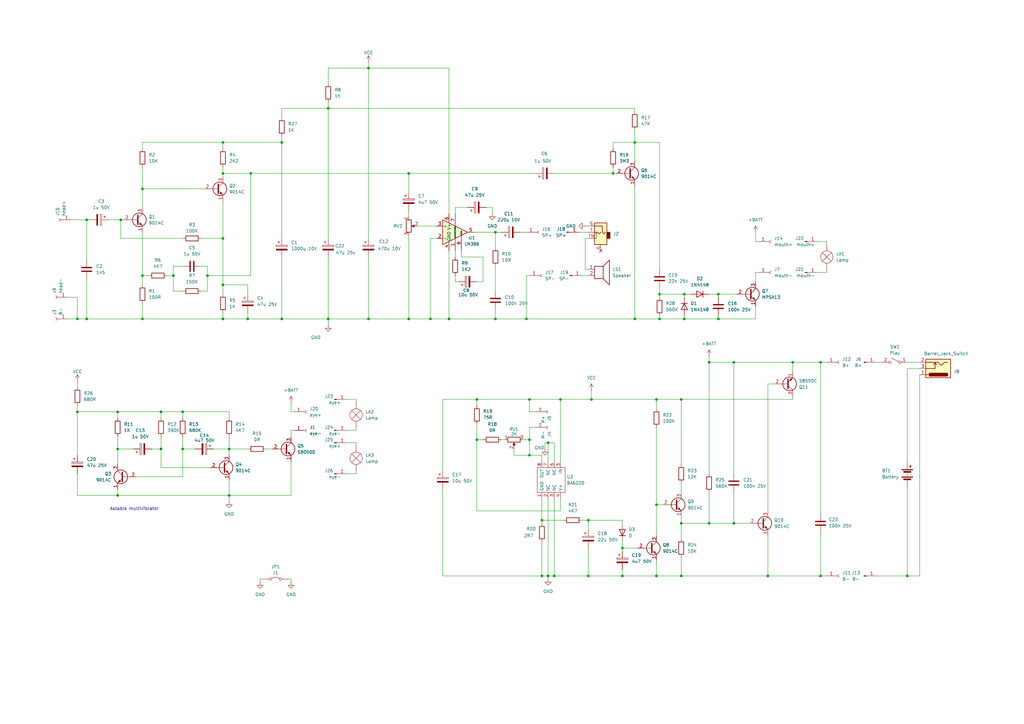
<source format=kicad_sch>
(kicad_sch (version 20250114) (generator "eeschema") (generator_version "9.0")
  (paper "A3")
  (text "Astable multivibrator" (at 55.118 208.788 0) (effects (font (size 1.27 1.27))))
  (junction (at 260.35 58.42))
  (junction (at 176.53 130.81))
  (junction (at 227.33 236.22))
  (junction (at 203.2 95.25))
  (junction (at 74.93 168.91))
  (junction (at 314.96 236.22))
  (junction (at 290.83 148.59))
  (junction (at 215.9 130.81))
  (junction (at 269.24 207.01))
  (junction (at 58.42 77.47))
  (junction (at 279.4 214.63))
  (junction (at 93.98 203.2))
  (junction (at 290.83 214.63))
  (junction (at 49.53 90.17))
  (junction (at 217.17 180.34))
  (junction (at 167.64 71.12))
  (junction (at 91.44 71.12))
  (junction (at 217.17 186.69))
  (junction (at 91.44 97.79))
  (junction (at 224.79 181.61))
  (junction (at 134.62 130.81))
  (junction (at 74.93 184.15))
  (junction (at 255.27 224.79))
  (junction (at 184.15 130.81))
  (junction (at 270.51 120.65))
  (junction (at 203.2 130.81))
  (junction (at 217.17 163.83))
  (junction (at 222.25 213.36))
  (junction (at 91.44 116.84))
  (junction (at 229.87 163.83))
  (junction (at 151.13 130.81))
  (junction (at 58.42 130.81))
  (junction (at 336.55 148.59))
  (junction (at 66.04 184.15))
  (junction (at 48.26 184.15))
  (junction (at 241.3 236.22))
  (junction (at 93.98 184.15))
  (junction (at 71.12 113.03))
  (junction (at 300.99 214.63))
  (junction (at 279.4 163.83))
  (junction (at 251.46 71.12))
  (junction (at 269.24 236.22))
  (junction (at 280.67 130.81))
  (junction (at 241.3 213.36))
  (junction (at 300.99 148.59))
  (junction (at 195.58 180.34))
  (junction (at 325.12 148.59))
  (junction (at 260.35 130.81))
  (junction (at 151.13 27.94))
  (junction (at 279.4 236.22))
  (junction (at 31.75 130.81))
  (junction (at 134.62 44.45))
  (junction (at 35.56 90.17))
  (junction (at 91.44 130.81))
  (junction (at 115.57 58.42))
  (junction (at 35.56 130.81))
  (junction (at 280.67 120.65))
  (junction (at 101.6 130.81))
  (junction (at 294.64 120.65))
  (junction (at 48.26 168.91))
  (junction (at 270.51 130.81))
  (junction (at 102.87 71.12))
  (junction (at 242.57 163.83))
  (junction (at 269.24 163.83))
  (junction (at 66.04 168.91))
  (junction (at 167.64 130.81))
  (junction (at 294.64 130.81))
  (junction (at 85.09 113.03))
  (junction (at 222.25 236.22))
  (junction (at 115.57 130.81))
  (junction (at 48.26 203.2))
  (junction (at 31.75 168.91))
  (junction (at 58.42 113.03))
  (junction (at 336.55 236.22))
  (junction (at 91.44 58.42))
  (junction (at 372.11 236.22))
  (junction (at 255.27 236.22))
  (junction (at 224.79 236.22))
  (junction (at 195.58 163.83))
  (no_connect (at 246.38 102.87))
  (wire (pts (xy 269.24 236.22) (xy 279.4 236.22)))
  (wire (pts (xy 58.42 58.42) (xy 58.42 60.96)))
  (wire (pts (xy 372.11 199.39) (xy 372.11 236.22)))
  (wire (pts (xy 290.83 148.59) (xy 300.99 148.59)))
  (wire (pts (xy 377.19 153.67) (xy 377.19 236.22)))
  (wire (pts (xy 71.12 113.03) (xy 71.12 119.38)))
  (wire (pts (xy 181.61 163.83) (xy 181.61 193.04)))
  (wire (pts (xy 227.33 71.12) (xy 251.46 71.12)))
  (wire (pts (xy 134.62 27.94) (xy 134.62 34.29)))
  (wire (pts (xy 336.55 218.44) (xy 336.55 236.22)))
  (wire (pts (xy 167.64 86.36) (xy 167.64 88.9)))
  (wire (pts (xy 115.57 58.42) (xy 115.57 97.79)))
  (wire (pts (xy 146.05 194.31) (xy 146.05 193.04)))
  (wire (pts (xy 167.64 96.52) (xy 167.64 130.81)))
  (wire (pts (xy 255.27 222.25) (xy 255.27 224.79)))
  (wire (pts (xy 82.55 119.38) (xy 85.09 119.38)))
  (wire (pts (xy 309.88 111.76) (xy 309.88 115.57)))
  (wire (pts (xy 222.25 236.22) (xy 222.25 222.25)))
  (wire (pts (xy 101.6 116.84) (xy 101.6 120.65)))
  (wire (pts (xy 237.49 95.25) (xy 241.3 95.25)))
  (wire (pts (xy 151.13 25.4) (xy 151.13 27.94)))
  (wire (pts (xy 217.17 186.69) (xy 217.17 180.34)))
  (wire (pts (xy 260.35 130.81) (xy 270.51 130.81)))
  (wire (pts (xy 195.58 163.83) (xy 195.58 166.37)))
  (wire (pts (xy 229.87 163.83) (xy 217.17 163.83)))
  (wire (pts (xy 336.55 148.59) (xy 336.55 210.82)))
  (wire (pts (xy 31.75 166.37) (xy 31.75 168.91)))
  (wire (pts (xy 48.26 168.91) (xy 48.26 171.45)))
  (wire (pts (xy 195.58 163.83) (xy 217.17 163.83)))
  (wire (pts (xy 270.51 120.65) (xy 280.67 120.65)))
  (wire (pts (xy 242.57 160.02) (xy 242.57 163.83)))
  (wire (pts (xy 227.33 189.23) (xy 227.33 181.61)))
  (wire (pts (xy 229.87 163.83) (xy 242.57 163.83)))
  (wire (pts (xy 82.55 97.79) (xy 91.44 97.79)))
  (wire (pts (xy 71.12 119.38) (xy 74.93 119.38)))
  (wire (pts (xy 217.17 180.34) (xy 217.17 175.26)))
  (wire (pts (xy 167.64 71.12) (xy 219.71 71.12)))
  (wire (pts (xy 325.12 148.59) (xy 325.12 152.4)))
  (wire (pts (xy 119.38 168.91) (xy 120.65 168.91)))
  (wire (pts (xy 240.03 97.79) (xy 240.03 110.49)))
  (wire (pts (xy 255.27 224.79) (xy 261.62 224.79)))
  (wire (pts (xy 294.64 129.54) (xy 294.64 130.81)))
  (wire (pts (xy 251.46 68.58) (xy 251.46 71.12)))
  (wire (pts (xy 269.24 163.83) (xy 269.24 167.64)))
  (wire (pts (xy 217.17 175.26) (xy 219.71 175.26)))
  (wire (pts (xy 224.79 181.61) (xy 223.52 181.61)))
  (wire (pts (xy 280.67 120.65) (xy 280.67 121.92)))
  (wire (pts (xy 294.64 120.65) (xy 302.26 120.65)))
  (wire (pts (xy 203.2 95.25) (xy 205.74 95.25)))
  (wire (pts (xy 85.09 109.22) (xy 85.09 113.03)))
  (wire (pts (xy 74.93 171.45) (xy 74.93 168.91)))
  (wire (pts (xy 217.17 186.69) (xy 222.25 186.69)))
  (wire (pts (xy 35.56 130.81) (xy 58.42 130.81)))
  (wire (pts (xy 217.17 113.03) (xy 215.9 113.03)))
  (wire (pts (xy 167.64 71.12) (xy 167.64 78.74)))
  (wire (pts (xy 335.28 111.76) (xy 339.09 111.76)))
  (wire (pts (xy 251.46 58.42) (xy 251.46 60.96)))
  (wire (pts (xy 134.62 44.45) (xy 260.35 44.45)))
  (wire (pts (xy 241.3 97.79) (xy 240.03 97.79)))
  (wire (pts (xy 201.93 85.09) (xy 201.93 87.63)))
  (wire (pts (xy 184.15 130.81) (xy 203.2 130.81)))
  (wire (pts (xy 66.04 184.15) (xy 66.04 191.77)))
  (wire (pts (xy 91.44 71.12) (xy 91.44 72.39)))
  (wire (pts (xy 102.87 113.03) (xy 85.09 113.03)))
  (wire (pts (xy 270.51 129.54) (xy 270.51 130.81)))
  (wire (pts (xy 339.09 111.76) (xy 339.09 110.49)))
  (wire (pts (xy 48.26 168.91) (xy 66.04 168.91)))
  (wire (pts (xy 255.27 224.79) (xy 255.27 226.06)))
  (wire (pts (xy 260.35 58.42) (xy 270.51 58.42)))
  (wire (pts (xy 142.24 176.53) (xy 146.05 176.53)))
  (wire (pts (xy 260.35 58.42) (xy 251.46 58.42)))
  (wire (pts (xy 134.62 130.81) (xy 115.57 130.81)))
  (wire (pts (xy 300.99 201.93) (xy 300.99 214.63)))
  (wire (pts (xy 224.79 181.61) (xy 224.79 189.23)))
  (wire (pts (xy 290.83 194.31) (xy 290.83 148.59)))
  (wire (pts (xy 279.4 163.83) (xy 279.4 190.5)))
  (wire (pts (xy 194.31 95.25) (xy 203.2 95.25)))
  (wire (pts (xy 309.88 99.06) (xy 311.15 99.06)))
  (wire (pts (xy 314.96 219.71) (xy 314.96 236.22)))
  (wire (pts (xy 372.11 148.59) (xy 377.19 148.59)))
  (wire (pts (xy 176.53 97.79) (xy 176.53 130.81)))
  (wire (pts (xy 184.15 102.87) (xy 184.15 130.81)))
  (wire (pts (xy 377.19 236.22) (xy 372.11 236.22)))
  (wire (pts (xy 238.76 213.36) (xy 241.3 213.36)))
  (wire (pts (xy 271.78 207.01) (xy 269.24 207.01)))
  (wire (pts (xy 93.98 203.2) (xy 93.98 205.74)))
  (wire (pts (xy 66.04 191.77) (xy 86.36 191.77)))
  (wire (pts (xy 210.82 184.15) (xy 210.82 186.69)))
  (wire (pts (xy 55.88 195.58) (xy 74.93 195.58)))
  (wire (pts (xy 294.64 120.65) (xy 294.64 121.92)))
  (wire (pts (xy 215.9 130.81) (xy 260.35 130.81)))
  (wire (pts (xy 290.83 201.93) (xy 290.83 214.63)))
  (wire (pts (xy 280.67 120.65) (xy 283.21 120.65)))
  (wire (pts (xy 336.55 148.59) (xy 339.09 148.59)))
  (wire (pts (xy 207.01 180.34) (xy 205.74 180.34)))
  (wire (pts (xy 142.24 163.83) (xy 146.05 163.83)))
  (wire (pts (xy 48.26 203.2) (xy 31.75 203.2)))
  (wire (pts (xy 167.64 130.81) (xy 176.53 130.81)))
  (wire (pts (xy 119.38 237.49) (xy 119.38 238.76)))
  (wire (pts (xy 198.12 105.41) (xy 198.12 115.57)))
  (wire (pts (xy 44.45 90.17) (xy 49.53 90.17)))
  (wire (pts (xy 339.09 99.06) (xy 339.09 100.33)))
  (wire (pts (xy 31.75 156.21) (xy 31.75 158.75)))
  (wire (pts (xy 91.44 58.42) (xy 91.44 60.96)))
  (wire (pts (xy 300.99 148.59) (xy 325.12 148.59)))
  (wire (pts (xy 242.57 163.83) (xy 269.24 163.83)))
  (wire (pts (xy 119.38 176.53) (xy 119.38 179.07)))
  (wire (pts (xy 142.24 181.61) (xy 146.05 181.61)))
  (wire (pts (xy 186.69 115.57) (xy 187.96 115.57)))
  (wire (pts (xy 224.79 204.47) (xy 224.79 236.22)))
  (wire (pts (xy 27.94 130.81) (xy 31.75 130.81)))
  (wire (pts (xy 269.24 236.22) (xy 269.24 229.87)))
  (wire (pts (xy 195.58 180.34) (xy 195.58 209.55)))
  (wire (pts (xy 58.42 130.81) (xy 58.42 124.46)))
  (wire (pts (xy 134.62 130.81) (xy 151.13 130.81)))
  (wire (pts (xy 49.53 90.17) (xy 50.8 90.17)))
  (wire (pts (xy 224.79 236.22) (xy 224.79 237.49)))
  (wire (pts (xy 223.52 181.61) (xy 223.52 184.15)))
  (wire (pts (xy 62.23 184.15) (xy 66.04 184.15)))
  (wire (pts (xy 119.38 165.1) (xy 119.38 168.91)))
  (wire (pts (xy 93.98 184.15) (xy 93.98 186.69)))
  (wire (pts (xy 106.68 237.49) (xy 106.68 238.76)))
  (wire (pts (xy 134.62 105.41) (xy 134.62 130.81)))
  (wire (pts (xy 186.69 113.03) (xy 186.69 115.57)))
  (wire (pts (xy 48.26 184.15) (xy 54.61 184.15)))
  (wire (pts (xy 71.12 109.22) (xy 71.12 113.03)))
  (wire (pts (xy 314.96 236.22) (xy 279.4 236.22)))
  (wire (pts (xy 58.42 58.42) (xy 91.44 58.42)))
  (wire (pts (xy 74.93 168.91) (xy 93.98 168.91)))
  (wire (pts (xy 336.55 236.22) (xy 339.09 236.22)))
  (wire (pts (xy 222.25 213.36) (xy 231.14 213.36)))
  (wire (pts (xy 255.27 236.22) (xy 255.27 233.68)))
  (wire (pts (xy 222.25 213.36) (xy 222.25 214.63)))
  (wire (pts (xy 203.2 109.22) (xy 203.2 119.38)))
  (wire (pts (xy 224.79 236.22) (xy 227.33 236.22)))
  (wire (pts (xy 102.87 71.12) (xy 102.87 113.03)))
  (wire (pts (xy 146.05 176.53) (xy 146.05 175.26)))
  (wire (pts (xy 309.88 95.25) (xy 309.88 99.06)))
  (wire (pts (xy 31.75 121.92) (xy 31.75 130.81)))
  (wire (pts (xy 181.61 236.22) (xy 222.25 236.22)))
  (wire (pts (xy 270.51 121.92) (xy 270.51 120.65)))
  (wire (pts (xy 31.75 130.81) (xy 35.56 130.81)))
  (wire (pts (xy 48.26 200.66) (xy 48.26 203.2)))
  (wire (pts (xy 260.35 66.04) (xy 260.35 58.42)))
  (wire (pts (xy 35.56 90.17) (xy 35.56 106.68)))
  (wire (pts (xy 93.98 168.91) (xy 93.98 171.45)))
  (wire (pts (xy 91.44 116.84) (xy 91.44 120.65)))
  (wire (pts (xy 49.53 97.79) (xy 49.53 90.17)))
  (wire (pts (xy 240.03 92.71) (xy 241.3 92.71)))
  (wire (pts (xy 146.05 181.61) (xy 146.05 182.88)))
  (wire (pts (xy 134.62 44.45) (xy 115.57 44.45)))
  (wire (pts (xy 270.51 58.42) (xy 270.51 110.49)))
  (wire (pts (xy 229.87 163.83) (xy 229.87 189.23)))
  (wire (pts (xy 179.07 97.79) (xy 176.53 97.79)))
  (wire (pts (xy 186.69 102.87) (xy 186.69 105.41)))
  (wire (pts (xy 294.64 130.81) (xy 309.88 130.81)))
  (wire (pts (xy 300.99 148.59) (xy 300.99 194.31)))
  (wire (pts (xy 186.69 85.09) (xy 186.69 87.63)))
  (wire (pts (xy 27.94 121.92) (xy 31.75 121.92)))
  (wire (pts (xy 279.4 214.63) (xy 279.4 220.98)))
  (wire (pts (xy 203.2 95.25) (xy 203.2 101.6)))
  (wire (pts (xy 91.44 128.27) (xy 91.44 130.81)))
  (wire (pts (xy 195.58 115.57) (xy 198.12 115.57)))
  (wire (pts (xy 260.35 76.2) (xy 260.35 130.81)))
  (wire (pts (xy 240.03 110.49) (xy 241.3 110.49)))
  (wire (pts (xy 279.4 214.63) (xy 290.83 214.63)))
  (wire (pts (xy 279.4 236.22) (xy 279.4 228.6)))
  (wire (pts (xy 31.75 168.91) (xy 31.75 186.69)))
  (wire (pts (xy 151.13 130.81) (xy 167.64 130.81)))
  (wire (pts (xy 241.3 236.22) (xy 255.27 236.22)))
  (wire (pts (xy 91.44 68.58) (xy 91.44 71.12)))
  (wire (pts (xy 176.53 130.81) (xy 184.15 130.81)))
  (wire (pts (xy 255.27 236.22) (xy 269.24 236.22)))
  (wire (pts (xy 201.93 85.09) (xy 199.39 85.09)))
  (wire (pts (xy 241.3 224.79) (xy 241.3 236.22)))
  (wire (pts (xy 66.04 171.45) (xy 66.04 168.91)))
  (wire (pts (xy 109.22 184.15) (xy 111.76 184.15)))
  (wire (pts (xy 119.38 189.23) (xy 119.38 203.2)))
  (wire (pts (xy 119.38 203.2) (xy 93.98 203.2)))
  (wire (pts (xy 58.42 113.03) (xy 58.42 116.84)))
  (wire (pts (xy 58.42 77.47) (xy 58.42 85.09)))
  (wire (pts (xy 68.58 113.03) (xy 71.12 113.03)))
  (wire (pts (xy 191.77 85.09) (xy 186.69 85.09)))
  (wire (pts (xy 359.41 236.22) (xy 372.11 236.22)))
  (wire (pts (xy 325.12 148.59) (xy 336.55 148.59)))
  (wire (pts (xy 58.42 130.81) (xy 91.44 130.81)))
  (wire (pts (xy 115.57 105.41) (xy 115.57 130.81)))
  (wire (pts (xy 142.24 194.31) (xy 146.05 194.31)))
  (wire (pts (xy 280.67 130.81) (xy 294.64 130.81)))
  (wire (pts (xy 269.24 207.01) (xy 269.24 219.71)))
  (wire (pts (xy 31.75 168.91) (xy 48.26 168.91)))
  (wire (pts (xy 74.93 184.15) (xy 80.01 184.15)))
  (wire (pts (xy 290.83 214.63) (xy 300.99 214.63)))
  (wire (pts (xy 58.42 113.03) (xy 60.96 113.03)))
  (wire (pts (xy 215.9 113.03) (xy 215.9 130.81)))
  (wire (pts (xy 82.55 109.22) (xy 85.09 109.22)))
  (wire (pts (xy 314.96 157.48) (xy 314.96 209.55)))
  (wire (pts (xy 85.09 113.03) (xy 85.09 119.38)))
  (wire (pts (xy 134.62 41.91) (xy 134.62 44.45)))
  (wire (pts (xy 377.19 151.13) (xy 372.11 151.13)))
  (wire (pts (xy 372.11 151.13) (xy 372.11 189.23)))
  (wire (pts (xy 118.11 237.49) (xy 119.38 237.49)))
  (wire (pts (xy 222.25 236.22) (xy 224.79 236.22)))
  (wire (pts (xy 189.23 105.41) (xy 198.12 105.41)))
  (wire (pts (xy 270.51 130.81) (xy 280.67 130.81)))
  (wire (pts (xy 279.4 198.12) (xy 279.4 201.93)))
  (wire (pts (xy 171.45 92.71) (xy 179.07 92.71)))
  (wire (pts (xy 91.44 71.12) (xy 102.87 71.12)))
  (wire (pts (xy 317.5 157.48) (xy 314.96 157.48)))
  (wire (pts (xy 195.58 209.55) (xy 229.87 209.55)))
  (wire (pts (xy 203.2 127) (xy 203.2 130.81)))
  (wire (pts (xy 325.12 163.83) (xy 325.12 162.56)))
  (wire (pts (xy 184.15 27.94) (xy 184.15 87.63)))
  (wire (pts (xy 269.24 163.83) (xy 279.4 163.83)))
  (wire (pts (xy 48.26 184.15) (xy 48.26 190.5)))
  (wire (pts (xy 115.57 130.81) (xy 101.6 130.81)))
  (wire (pts (xy 151.13 27.94) (xy 151.13 97.79)))
  (wire (pts (xy 300.99 214.63) (xy 307.34 214.63)))
  (wire (pts (xy 217.17 180.34) (xy 214.63 180.34)))
  (wire (pts (xy 93.98 203.2) (xy 93.98 196.85)))
  (wire (pts (xy 48.26 179.07) (xy 48.26 184.15)))
  (wire (pts (xy 195.58 173.99) (xy 195.58 180.34)))
  (wire (pts (xy 93.98 179.07) (xy 93.98 184.15)))
  (wire (pts (xy 134.62 27.94) (xy 151.13 27.94)))
  (wire (pts (xy 238.76 113.03) (xy 241.3 113.03)))
  (wire (pts (xy 359.41 148.59) (xy 361.95 148.59)))
  (wire (pts (xy 309.88 130.81) (xy 309.88 125.73)))
  (wire (pts (xy 134.62 44.45) (xy 134.62 97.79)))
  (wire (pts (xy 227.33 204.47) (xy 227.33 236.22)))
  (wire (pts (xy 290.83 120.65) (xy 294.64 120.65)))
  (wire (pts (xy 29.21 90.17) (xy 35.56 90.17)))
  (wire (pts (xy 91.44 82.55) (xy 91.44 97.79)))
  (wire (pts (xy 181.61 236.22) (xy 181.61 200.66)))
  (wire (pts (xy 270.51 118.11) (xy 270.51 120.65)))
  (wire (pts (xy 210.82 186.69) (xy 217.17 186.69)))
  (wire (pts (xy 35.56 90.17) (xy 36.83 90.17)))
  (wire (pts (xy 93.98 203.2) (xy 48.26 203.2)))
  (wire (pts (xy 35.56 114.3) (xy 35.56 130.81)))
  (wire (pts (xy 134.62 130.81) (xy 134.62 133.35)))
  (wire (pts (xy 31.75 203.2) (xy 31.75 194.31)))
  (wire (pts (xy 222.25 186.69) (xy 222.25 189.23)))
  (wire (pts (xy 241.3 213.36) (xy 241.3 217.17)))
  (wire (pts (xy 151.13 27.94) (xy 184.15 27.94)))
  (wire (pts (xy 58.42 95.25) (xy 58.42 113.03)))
  (wire (pts (xy 217.17 168.91) (xy 217.17 163.83)))
  (wire (pts (xy 227.33 236.22) (xy 241.3 236.22)))
  (wire (pts (xy 74.93 97.79) (xy 49.53 97.79)))
  (wire (pts (xy 91.44 116.84) (xy 101.6 116.84)))
  (wire (pts (xy 213.36 95.25) (xy 215.9 95.25)))
  (wire (pts (xy 74.93 184.15) (xy 74.93 195.58)))
  (wire (pts (xy 279.4 163.83) (xy 325.12 163.83)))
  (wire (pts (xy 227.33 181.61) (xy 224.79 181.61)))
  (wire (pts (xy 107.95 237.49) (xy 106.68 237.49)))
  (wire (pts (xy 229.87 204.47) (xy 229.87 209.55)))
  (wire (pts (xy 279.4 212.09) (xy 279.4 214.63)))
  (wire (pts (xy 120.65 176.53) (xy 119.38 176.53)))
  (wire (pts (xy 102.87 71.12) (xy 167.64 71.12)))
  (wire (pts (xy 146.05 163.83) (xy 146.05 165.1)))
  (wire (pts (xy 189.23 102.87) (xy 189.23 105.41)))
  (wire (pts (xy 222.25 204.47) (xy 222.25 213.36)))
  (wire (pts (xy 151.13 130.81) (xy 151.13 105.41)))
  (wire (pts (xy 241.3 213.36) (xy 255.27 213.36)))
  (wire (pts (xy 335.28 99.06) (xy 339.09 99.06)))
  (wire (pts (xy 58.42 68.58) (xy 58.42 77.47)))
  (wire (pts (xy 101.6 130.81) (xy 101.6 128.27)))
  (wire (pts (xy 93.98 184.15) (xy 101.6 184.15)))
  (wire (pts (xy 311.15 111.76) (xy 309.88 111.76)))
  (wire (pts (xy 219.71 168.91) (xy 217.17 168.91)))
  (wire (pts (xy 91.44 130.81) (xy 101.6 130.81)))
  (wire (pts (xy 74.93 179.07) (xy 74.93 184.15)))
  (wire (pts (xy 260.35 44.45) (xy 260.35 45.72)))
  (wire (pts (xy 91.44 97.79) (xy 91.44 116.84)))
  (wire (pts (xy 115.57 55.88) (xy 115.57 58.42)))
  (wire (pts (xy 251.46 71.12) (xy 252.73 71.12)))
  (wire (pts (xy 198.12 180.34) (xy 195.58 180.34)))
  (wire (pts (xy 58.42 77.47) (xy 83.82 77.47)))
  (wire (pts (xy 66.04 168.91) (xy 74.93 168.91)))
  (wire (pts (xy 290.83 146.05) (xy 290.83 148.59)))
  (wire (pts (xy 91.44 58.42) (xy 115.57 58.42)))
  (wire (pts (xy 74.93 109.22) (xy 71.12 109.22)))
  (wire (pts (xy 336.55 236.22) (xy 314.96 236.22)))
  (wire (pts (xy 280.67 129.54) (xy 280.67 130.81)))
  (wire (pts (xy 87.63 184.15) (xy 93.98 184.15)))
  (wire (pts (xy 115.57 44.45) (xy 115.57 48.26)))
  (wire (pts (xy 260.35 58.42) (xy 260.35 53.34)))
  (wire (pts (xy 269.24 175.26) (xy 269.24 207.01)))
  (wire (pts (xy 66.04 184.15) (xy 66.04 179.07)))
  (wire (pts (xy 181.61 163.83) (xy 195.58 163.83)))
  (wire (pts (xy 203.2 130.81) (xy 215.9 130.81)))
  (wire (pts (xy 255.27 213.36) (xy 255.27 214.63)))
  (symbol (lib_id "power:+BATT") (at 309.88 95.25 0) (unit 1)
    (property "Reference" "#PWR012" (effects (hide yes)))
    (property "Value" "+BATT" (at 309.88 90.17 0))
    (property "Description" "Power symbol creates a global label with name \"+BATT\"" (effects (hide yes)))
  )
  (symbol (lib_id "Device:C_Polarized") (at 167.64 82.55 0) (unit 1)
    (property "Reference" "C7" (at 171.45 80.3909 0) (effects (justify left)))
    (property "Value" "4u7 50V" (at 171.45 82.9309 0) (effects (justify left)))
    (property "Description" "Polarized capacitor" (effects (hide yes)))
  )
  (symbol (lib_id "Device:R") (at 195.58 170.18 180) (unit 1)
    (property "Reference" "R19" (at 198.12 168.656 0) (effects (justify right)))
    (property "Value" "75R" (at 198.12 171.196 0) (effects (justify right)))
    (property "Description" "Resistor" (effects (hide yes)))
  )
  (symbol (lib_id "Device:C_Polarized") (at 241.3 220.98 0) (unit 1)
    (property "Reference" "C18" (at 245.11 218.8209 0) (effects (justify left)))
    (property "Value" "22u 50V" (at 245.11 221.3609 0) (effects (justify left)))
    (property "Description" "Polarized capacitor" (effects (hide yes)))
  )
  (symbol (lib_id "power:VCC") (at 151.13 25.4 0) (unit 1)
    (property "Reference" "#PWR05" (effects (hide yes)))
    (property "Value" "VCC" (at 151.13 21.59 0))
    (property "Description" "Power symbol creates a global label with name \"VCC\"" (effects (hide yes)))
  )
  (symbol (lib_id "Switch:SW_SPST") (at 367.03 148.59 0) (mirror y) (unit 1)
    (property "Reference" "SW1" (at 367.03 142.24 0))
    (property "Value" "Play" (at 367.03 144.78 0))
    (property "Description" "Single Pole Single Throw (SPST) switch" (effects (hide yes)))
  )
  (symbol (lib_id "Device:C_Polarized") (at 40.64 90.17 270) (unit 1)
    (property "Reference" "C3" (at 41.529 82.55 90))
    (property "Value" "1u 50V" (at 41.529 85.09 90))
    (property "Description" "Polarized capacitor" (effects (hide yes)))
  )
  (symbol (lib_id "Transistor_BJT:Q_NPN_EBC") (at 266.7 224.79 0) (unit 1)
    (property "Reference" "Q8" (at 271.78 223.5199 0) (effects (justify left)))
    (property "Value" "9014C" (at 271.78 226.0599 0) (effects (justify left)))
    (property "Description" "NPN transistor, emitter/base/collector" (effects (hide yes)))
  )
  (symbol (lib_id "Device:R") (at 115.57 52.07 180) (unit 1)
    (property "Reference" "R27" (at 118.11 50.7999 0) (effects (justify right)))
    (property "Value" "1K" (at 118.11 53.3399 0) (effects (justify right)))
    (property "Description" "Resistor" (effects (hide yes)))
  )
  (symbol (lib_id "Device:R") (at 78.74 97.79 270) (unit 1)
    (property "Reference" "R3" (at 78.74 92.202 90))
    (property "Value" "100K" (at 78.74 94.742 90))
    (property "Description" "Resistor" (effects (hide yes)))
  )
  (symbol (lib_id "Device:C_Polarized") (at 58.42 184.15 90) (unit 1)
    (property "Reference" "C13" (at 57.531 176.53 90))
    (property "Value" "1u 50V" (at 57.531 179.07 90))
    (property "Description" "Polarized capacitor" (effects (hide yes)))
  )
  (symbol (lib_id "Device:C") (at 78.74 109.22 90) (unit 1)
    (property "Reference" "C5" (at 78.74 101.6 90))
    (property "Value" "1u 50V" (at 78.74 104.14 90))
    (property "Description" "Unpolarized capacitor" (effects (hide yes)))
  )
  (symbol (lib_id "Device:Speaker") (at 246.38 110.49 0) (unit 1)
    (property "Reference" "LS1" (at 251.206 110.49 0) (effects (justify left)))
    (property "Value" "Speaker" (at 251.206 113.03 0) (effects (justify left)))
    (property "Description" "Speaker" (effects (hide yes)))
  )
  (symbol (lib_id "Connector:Conn_01x01_Socket") (at 24.13 90.17 180) (unit 1)
    (property "Reference" "J10" (at 23.622 88.646 90) (effects (justify right)))
    (property "Value" "head+" (at 26.162 88.646 90) (effects (justify right)))
    (property "Description" "Generic connector, single row, 01x01, script generated" (effects (hide yes)))
  )
  (symbol (lib_id "Device:D") (at 255.27 218.44 90) (unit 1)
    (property "Reference" "D3" (at 257.81 217.1699 90) (effects (justify right)))
    (property "Value" "D" (at 257.81 219.7099 90) (effects (justify right)))
    (property "Description" "Diode" (effects (hide yes)))
    (property "Sim.Device" "D" (effects (hide yes)))
    (property "Sim.Pins" "1=K 2=A" (effects (hide yes)))
  )
  (symbol (lib_id "Device:C") (at 294.64 125.73 0) (unit 1)
    (property "Reference" "C16" (at 298.45 124.4599 0) (effects (justify left)))
    (property "Value" "100n 25V" (at 298.45 126.9999 0) (effects (justify left)))
    (property "Description" "Unpolarized capacitor" (effects (hide yes)))
  )
  (symbol (lib_id "Device:R_Potentiometer") (at 210.82 180.34 90) (mirror x) (unit 1)
    (property "Reference" "RV1" (at 210.82 176.022 90))
    (property "Value" "2K" (at 209.55 178.054 90) (effects (justify right)))
    (property "Description" "Potentiometer" (effects (hide yes)))
  )
  (symbol (lib_id "Device:C_Polarized") (at 31.75 190.5 0) (unit 1)
    (property "Reference" "C20" (at 35.56 188.3409 0) (effects (justify left)))
    (property "Value" "47u 25V" (at 35.56 190.8809 0) (effects (justify left)))
    (property "Description" "Polarized capacitor" (effects (hide yes)))
  )
  (symbol (lib_id "Device:C_Polarized") (at 115.57 101.6 0) (unit 1)
    (property "Reference" "C1" (at 119.38 99.4409 0) (effects (justify left)))
    (property "Value" "1000u 10V" (at 119.38 101.9809 0) (effects (justify left)))
    (property "Description" "Polarized capacitor" (effects (hide yes)))
  )
  (symbol (lib_id "Device:C") (at 35.56 110.49 0) (unit 1)
    (property "Reference" "C2" (at 39.37 109.2199 0) (effects (justify left)))
    (property "Value" "1n5" (at 39.37 111.7599 0) (effects (justify left)))
    (property "Description" "Unpolarized capacitor" (effects (hide yes)))
  )
  (symbol (lib_id "power:GND") (at 201.93 87.63 0) (unit 1)
    (property "Reference" "#PWR014" (effects (hide yes)))
    (property "Value" "GND" (at 201.93 92.71 0))
    (property "Description" "Power symbol creates a global label with name \"GND\" , ground" (effects (hide yes)))
  )
  (symbol (lib_id "Connector:Conn_01x01_Pin") (at 354.33 148.59 0) (unit 1)
    (property "Reference" "J6" (at 352.044 147.32 0))
    (property "Value" "B+" (at 352.044 149.86 0))
    (property "Description" "Generic connector, single row, 01x01, script generated" (effects (hide yes)))
  )
  (symbol (lib_id "Connector:Conn_01x01_Pin") (at 233.68 113.03 0) (unit 1)
    (property "Reference" "J19" (at 231.394 111.76 0))
    (property "Value" "SP-" (at 231.394 114.3 0))
    (property "Description" "Generic connector, single row, 01x01, script generated" (effects (hide yes)))
  )
  (symbol (lib_id "power:GND") (at 93.98 205.74 0) (unit 1)
    (property "Reference" "#PWR01" (effects (hide yes)))
    (property "Value" "GND" (at 93.98 210.82 0))
    (property "Description" "Power symbol creates a global label with name \"GND\" , ground" (effects (hide yes)))
  )
  (symbol (lib_id "Device:C_Polarized") (at 209.55 95.25 90) (unit 1)
    (property "Reference" "C11" (at 208.661 87.63 90))
    (property "Value" "220u 10V" (at 208.661 90.17 90))
    (property "Description" "Polarized capacitor" (effects (hide yes)))
  )
  (symbol (lib_id "Device:R") (at 203.2 105.41 0) (unit 1)
    (property "Reference" "R10" (at 205.74 104.1399 0) (effects (justify left)))
    (property "Value" "10R" (at 205.74 106.6799 0) (effects (justify left)))
    (property "Description" "Resistor" (effects (hide yes)))
  )
  (symbol (lib_id "Device:C_Polarized") (at 195.58 85.09 90) (unit 1)
    (property "Reference" "C9" (at 194.691 77.47 90))
    (property "Value" "47u 25V" (at 194.691 80.01 90))
    (property "Description" "Polarized capacitor" (effects (hide yes)))
  )
  (symbol (lib_id "Device:R") (at 74.93 175.26 180) (unit 1)
    (property "Reference" "R13" (at 77.47 173.9899 0) (effects (justify right)))
    (property "Value" "680K" (at 77.47 176.5299 0) (effects (justify right)))
    (property "Description" "Resistor" (effects (hide yes)))
  )
  (symbol (lib_id "Device:R") (at 91.44 124.46 180) (unit 1)
    (property "Reference" "R5" (at 93.98 123.1899 0) (effects (justify right)))
    (property "Value" "1K" (at 93.98 125.7299 0) (effects (justify right)))
    (property "Description" "Resistor" (effects (hide yes)))
  )
  (symbol (lib_id "Device:C") (at 336.55 214.63 0) (unit 1)
    (property "Reference" "C23" (at 339.852 213.106 0) (effects (justify left)))
    (property "Value" "100n 25V" (at 339.852 215.646 0) (effects (justify left)))
    (property "Description" "Unpolarized capacitor" (effects (hide yes)))
  )
  (symbol (lib_id "Device:R") (at 279.4 194.31 180) (unit 1)
    (property "Reference" "R23" (at 281.94 193.0399 0) (effects (justify right)))
    (property "Value" "12K" (at 281.94 195.5799 0) (effects (justify right)))
    (property "Description" "Resistor" (effects (hide yes)))
  )
  (symbol (lib_id "Device:R") (at 269.24 171.45 180) (unit 1)
    (property "Reference" "R22" (at 271.78 170.1799 0) (effects (justify right)))
    (property "Value" "100K" (at 271.78 172.7199 0) (effects (justify right)))
    (property "Description" "Resistor" (effects (hide yes)))
  )
  (symbol (lib_id "Device:C") (at 203.2 123.19 0) (unit 1)
    (property "Reference" "C10" (at 207.01 121.9199 0) (effects (justify left)))
    (property "Value" "100n 25V" (at 207.01 124.4599 0) (effects (justify left)))
    (property "Description" "Unpolarized capacitor" (effects (hide yes)))
  )
  (symbol (lib_id "Connector:Barrel_Jack_Switch") (at 384.81 151.13 180) (unit 1)
    (property "Reference" "J8" (at 391.16 152.4001 0) (effects (justify right)))
    (property "Value" "Barrel_Jack_Switch" (at 378.968 145.034 0) (effects (justify right)))
    (property "Description" "DC Barrel Jack with an internal switch" (effects (hide yes)))
  )
  (symbol (lib_id "Device:C_Polarized") (at 191.77 115.57 90) (unit 1)
    (property "Reference" "C8" (at 191.262 119.126 90))
    (property "Value" "10u 50V" (at 192.024 120.904 90))
    (property "Description" "Polarized capacitor" (effects (hide yes)))
  )
  (symbol (lib_id "Connector:Conn_01x01_Socket") (at 220.98 95.25 0) (unit 1)
    (property "Reference" "J16" (at 222.25 93.9799 0) (effects (justify left)))
    (property "Value" "SP+" (at 222.25 96.5199 0) (effects (justify left)))
    (property "Description" "Generic connector, single row, 01x01, script generated" (effects (hide yes)))
  )
  (symbol (lib_id "power:+BATT") (at 119.38 165.1 0) (unit 1)
    (property "Reference" "#PWR013" (effects (hide yes)))
    (property "Value" "+BATT" (at 119.38 160.02 0))
    (property "Description" "Power symbol creates a global label with name \"+BATT\"" (effects (hide yes)))
  )
  (symbol (lib_id "Device:R") (at 186.69 109.22 180) (unit 1)
    (property "Reference" "R9" (at 189.23 107.9499 0) (effects (justify right)))
    (property "Value" "1K2" (at 189.23 110.4899 0) (effects (justify right)))
    (property "Description" "Resistor" (effects (hide yes)))
  )
  (symbol (lib_id "Connector:Conn_01x01_Socket") (at 344.17 148.59 0) (unit 1)
    (property "Reference" "J12" (at 345.44 147.3199 0) (effects (justify left)))
    (property "Value" "B+" (at 345.44 149.8599 0) (effects (justify left)))
    (property "Description" "Generic connector, single row, 01x01, script generated" (effects (hide yes)))
  )
  (symbol (lib_id "Connector:Conn_01x01_Pin") (at 137.16 194.31 0) (unit 1)
    (property "Reference" "J26" (at 134.874 193.04 0))
    (property "Value" "eye-" (at 137.414 195.58 0))
    (property "Description" "Generic connector, single row, 01x01, script generated" (effects (hide yes)))
  )
  (symbol (lib_id "Connector:Conn_01x01_Socket") (at 224.79 168.91 0) (unit 1)
    (property "Reference" "J5" (at 225.298 170.434 90) (effects (justify right)))
    (property "Value" "M+" (at 222.758 170.434 90) (effects (justify right)))
    (property "Description" "Generic connector, single row, 01x01, script generated" (effects (hide yes)))
  )
  (symbol (lib_id "Transistor_BJT:Q_PNP_EBC") (at 322.58 157.48 0) (mirror x) (unit 1)
    (property "Reference" "Q11" (at 327.66 158.7501 0) (effects (justify left)))
    (property "Value" "S8550C" (at 327.66 156.2101 0) (effects (justify left)))
    (property "Description" "PNP transistor, emitter/base/collector" (effects (hide yes)))
  )
  (symbol (lib_id "Device:R") (at 201.93 180.34 90) (unit 1)
    (property "Reference" "R18" (at 201.93 173.99 90))
    (property "Value" "0R" (at 201.93 176.53 90))
    (property "Description" "Resistor" (effects (hide yes)))
  )
  (symbol (lib_id "Device:Lamp") (at 339.09 105.41 0) (unit 1)
    (property "Reference" "LA1" (at 342.9 104.1399 0) (effects (justify left)))
    (property "Value" "Lamp" (at 342.9 106.6799 0) (effects (justify left)))
    (property "Description" "Lamp" (effects (hide yes)))
  )
  (symbol (lib_id "Transistor_BJT:Q_NPN_EBC") (at 116.84 184.15 0) (unit 1)
    (property "Reference" "Q5" (at 121.92 182.8799 0) (effects (justify left)))
    (property "Value" "S8050D" (at 121.92 185.4199 0) (effects (justify left)))
    (property "Description" "NPN transistor, emitter/base/collector" (effects (hide yes)))
  )
  (symbol (lib_id "power:GND") (at 134.62 133.35 0) (unit 1)
    (property "Reference" "#PWR02" (effects (hide yes)))
    (property "Value" "GND" (at 129.54 138.43 0))
    (property "Description" "Power symbol creates a global label with name \"GND\" , ground" (effects (hide yes)))
  )
  (symbol (lib_id "Device:R") (at 31.75 162.56 0) (unit 1)
    (property "Reference" "R26" (at 34.29 161.2899 0) (effects (justify left)))
    (property "Value" "680R" (at 34.29 163.8299 0) (effects (justify left)))
    (property "Description" "Resistor" (effects (hide yes)))
  )
  (symbol (lib_id "Transistor_BJT:Q_NPN_EBC") (at 55.88 90.17 0) (unit 1)
    (property "Reference" "Q1" (at 60.96 88.8999 0) (effects (justify left)))
    (property "Value" "9014C" (at 60.96 91.4399 0) (effects (justify left)))
    (property "Description" "NPN transistor, emitter/base/collector" (effects (hide yes)))
  )
  (symbol (lib_id "Connector:Conn_01x01_Pin") (at 137.16 181.61 0) (unit 1)
    (property "Reference" "J25" (at 134.874 180.34 0))
    (property "Value" "eye+" (at 137.414 182.88 0))
    (property "Description" "Generic connector, single row, 01x01, script generated" (effects (hide yes)))
  )
  (symbol (lib_id "Device:C_Polarized") (at 101.6 124.46 0) (unit 1)
    (property "Reference" "C4" (at 105.41 122.3009 0) (effects (justify left)))
    (property "Value" "47u 25V" (at 105.41 124.8409 0) (effects (justify left)))
    (property "Description" "Polarized capacitor" (effects (hide yes)))
  )
  (symbol (lib_id "Device:R") (at 66.04 175.26 0) (unit 1)
    (property "Reference" "R12" (at 68.58 173.9899 0) (effects (justify left)))
    (property "Value" "390K" (at 68.58 176.5299 0) (effects (justify left)))
    (property "Description" "Resistor" (effects (hide yes)))
  )
  (symbol (lib_id "Device:R") (at 105.41 184.15 270) (unit 1)
    (property "Reference" "R15" (at 105.41 177.8 90))
    (property "Value" "0R" (at 105.41 180.34 90))
    (property "Description" "Resistor" (effects (hide yes)))
  )
  (symbol (lib_id "Special_Purpose_IC_Fabio:BA6220") (at 222.25 201.93 0) (unit 1)
    (property "Reference" "U2" (at 232.41 195.5799 0) (effects (justify left)))
    (property "Value" "BA6220" (at 232.41 198.1199 0) (effects (justify left)))
  )
  (symbol (lib_id "Device:R") (at 91.44 64.77 180) (unit 1)
    (property "Reference" "R4" (at 93.98 63.4999 0) (effects (justify right)))
    (property "Value" "2K2" (at 93.98 66.0399 0) (effects (justify right)))
    (property "Description" "Resistor" (effects (hide yes)))
  )
  (symbol (lib_id "Device:R") (at 93.98 175.26 180) (unit 1)
    (property "Reference" "R14" (at 96.52 173.9899 0) (effects (justify right)))
    (property "Value" "4K7" (at 96.52 176.5299 0) (effects (justify right)))
    (property "Description" "Resistor" (effects (hide yes)))
  )
  (symbol (lib_id "power:VCC") (at 242.57 160.02 0) (unit 1)
    (property "Reference" "#PWR07" (effects (hide yes)))
    (property "Value" "VCC" (at 242.57 154.94 0))
    (property "Description" "Power symbol creates a global label with name \"VCC\"" (effects (hide yes)))
  )
  (symbol (lib_id "Device:Lamp") (at 146.05 170.18 0) (unit 1)
    (property "Reference" "LA2" (at 149.86 168.9099 0) (effects (justify left)))
    (property "Value" "Lamp" (at 149.86 171.4499 0) (effects (justify left)))
    (property "Description" "Lamp" (effects (hide yes)))
  )
  (symbol (lib_id "Device:R_Potentiometer") (at 167.64 92.71 0) (unit 1)
    (property "Reference" "RV2" (at 165.1 92.7099 0) (effects (justify right)))
    (property "Value" "10K" (effects (hide yes)))
    (property "Description" "Potentiometer" (effects (hide yes)))
  )
  (symbol (lib_id "Device:Lamp") (at 146.05 187.96 0) (unit 1)
    (property "Reference" "LA3" (at 149.86 186.6899 0) (effects (justify left)))
    (property "Value" "Lamp" (at 149.86 189.2299 0) (effects (justify left)))
    (property "Description" "Lamp" (effects (hide yes)))
  )
  (symbol (lib_id "power:+BATT") (at 290.83 146.05 0) (unit 1)
    (property "Reference" "#PWR011" (effects (hide yes)))
    (property "Value" "+BATT" (at 290.83 140.97 0))
    (property "Description" "Power symbol creates a global label with name \"+BATT\"" (effects (hide yes)))
  )
  (symbol (lib_id "Device:C") (at 300.99 198.12 0) (unit 1)
    (property "Reference" "C21" (at 304.8 196.8499 0) (effects (justify left)))
    (property "Value" "100n 25V" (at 304.8 199.3899 0) (effects (justify left)))
    (property "Description" "Unpolarized capacitor" (effects (hide yes)))
  )
  (symbol (lib_id "Transistor_BJT:Q_NPN_EBC") (at 312.42 214.63 0) (unit 1)
    (property "Reference" "Q10" (at 317.5 213.3599 0) (effects (justify left)))
    (property "Value" "9014C" (at 317.5 215.8999 0) (effects (justify left)))
    (property "Description" "NPN transistor, emitter/base/collector" (effects (hide yes)))
  )
  (symbol (lib_id "Transistor_BJT:Q_NPN_EBC") (at 257.81 71.12 0) (unit 1)
    (property "Reference" "Q6" (at 262.89 69.8499 0) (effects (justify left)))
    (property "Value" "9014C" (at 262.89 72.3899 0) (effects (justify left)))
    (property "Description" "NPN transistor, emitter/base/collector" (effects (hide yes)))
  )
  (symbol (lib_id "Connector:Conn_01x01_Socket") (at 22.86 130.81 180) (unit 1)
    (property "Reference" "J3" (at 22.352 129.286 90) (effects (justify right)))
    (property "Value" "B-" (at 24.892 129.286 90) (effects (justify right)))
    (property "Description" "Generic connector, single row, 01x01, script generated" (effects (hide yes)))
  )
  (symbol (lib_id "Device:Battery") (at 372.11 194.31 0) (unit 1)
    (property "Reference" "BT1" (at 361.696 193.04 0) (effects (justify left)))
    (property "Value" "Battery" (at 361.696 195.58 0) (effects (justify left)))
    (property "Description" "Multiple-cell battery" (effects (hide yes)))
  )
  (symbol (lib_id "Amplifier_Audio:LM386") (at 186.69 95.25 0) (unit 1)
    (property "Reference" "U1" (at 193.548 97.536 0))
    (property "Value" "LM386" (at 193.548 100.076 0))
    (property "Datasheet" "http://www.ti.com/lit/ds/symlink/lm386.pdf" (effects (hide yes)))
    (property "Description" "Low Voltage Audio Power Amplifier, DIP-8/SOIC-8/SSOP-8" (effects (hide yes)))
  )
  (symbol (lib_id "Device:R") (at 64.77 113.03 90) (unit 1)
    (property "Reference" "R6" (at 64.77 106.68 90))
    (property "Value" "4K7" (at 64.77 109.22 90))
    (property "Description" "Resistor" (effects (hide yes)))
  )
  (symbol (lib_id "Transistor_BJT:Q_NPN_EBC") (at 50.8 195.58 0) (mirror y) (unit 1)
    (property "Reference" "Q3" (at 45.72 194.3099 0) (effects (justify left)))
    (property "Value" "9014C" (at 45.72 196.8499 0) (effects (justify left)))
    (property "Description" "NPN transistor, emitter/base/collector" (effects (hide yes)))
  )
  (symbol (lib_id "Connector:Conn_01x01_Pin") (at 137.16 163.83 0) (unit 1)
    (property "Reference" "J23" (at 134.874 162.56 0))
    (property "Value" "eye+" (at 137.414 165.1 0))
    (property "Description" "Generic connector, single row, 01x01, script generated" (effects (hide yes)))
  )
  (symbol (lib_id "Connector:Conn_01x01_Socket") (at 316.23 111.76 0) (unit 1)
    (property "Reference" "J7" (at 317.5 110.4899 0) (effects (justify left)))
    (property "Value" "mouth-" (at 317.5 113.0299 0) (effects (justify left)))
    (property "Description" "Generic connector, single row, 01x01, script generated" (effects (hide yes)))
  )
  (symbol (lib_id "Device:D") (at 280.67 125.73 270) (unit 1)
    (property "Reference" "D1" (at 283.21 124.4599 90) (effects (justify left)))
    (property "Value" "1N4148" (at 283.21 126.9999 90) (effects (justify left)))
    (property "Description" "Diode" (effects (hide yes)))
    (property "Sim.Device" "D" (effects (hide yes)))
    (property "Sim.Pins" "1=K 2=A" (effects (hide yes)))
  )
  (symbol (lib_id "Device:R") (at 58.42 64.77 180) (unit 1)
    (property "Reference" "R2" (at 60.96 63.4999 0) (effects (justify right)))
    (property "Value" "10K" (at 60.96 66.0399 0) (effects (justify right)))
    (property "Description" "Resistor" (effects (hide yes)))
  )
  (symbol (lib_id "Transistor_BJT:Q_NPN_Darlington_EBC") (at 307.34 120.65 0) (unit 1)
    (property "Reference" "Q7" (at 312.42 119.3799 0) (effects (justify left)))
    (property "Value" "MPSA13" (at 312.42 121.9199 0) (effects (justify left)))
    (property "Description" "NPN Darlington transistor, emitter/base/collector" (effects (hide yes)))
  )
  (symbol (lib_id "Connector:Conn_01x01_Socket") (at 224.79 175.26 0) (unit 1)
    (property "Reference" "J4" (at 225.298 176.784 90) (effects (justify right)))
    (property "Value" "M-" (at 222.758 176.784 90) (effects (justify right)))
    (property "Description" "Generic connector, single row, 01x01, script generated" (effects (hide yes)))
  )
  (symbol (lib_id "Connector:Conn_01x01_Socket") (at 222.25 113.03 0) (unit 1)
    (property "Reference" "J17" (at 223.52 111.7599 0) (effects (justify left)))
    (property "Value" "SP-" (at 223.52 114.2999 0) (effects (justify left)))
    (property "Description" "Generic connector, single row, 01x01, script generated" (effects (hide yes)))
  )
  (symbol (lib_id "Connector:Conn_01x01_Pin") (at 330.2 111.76 0) (unit 1)
    (property "Reference" "J21" (at 327.914 110.49 0))
    (property "Value" "mouth-" (at 330.454 113.03 0))
    (property "Description" "Generic connector, single row, 01x01, script generated" (effects (hide yes)))
  )
  (symbol (lib_id "Connector:Conn_01x01_Pin") (at 137.16 176.53 0) (unit 1)
    (property "Reference" "J24" (at 134.874 175.26 0))
    (property "Value" "eye-" (at 137.414 177.8 0))
    (property "Description" "Generic connector, single row, 01x01, script generated" (effects (hide yes)))
  )
  (symbol (lib_id "power:GND") (at 223.52 184.15 0) (unit 1)
    (property "Reference" "#PWR04" (effects (hide yes)))
    (property "Value" "GND" (at 221.234 183.642 0))
    (property "Description" "Power symbol creates a global label with name \"GND\" , ground" (effects (hide yes)))
  )
  (symbol (lib_id "Device:R") (at 251.46 64.77 180) (unit 1)
    (property "Reference" "R16" (at 254 63.4999 0) (effects (justify right)))
    (property "Value" "3M3" (at 254 66.0399 0) (effects (justify right)))
    (property "Description" "Resistor" (effects (hide yes)))
  )
  (symbol (lib_id "Connector:Conn_01x01_Socket") (at 125.73 168.91 0) (unit 1)
    (property "Reference" "J20" (at 127 167.6399 0) (effects (justify left)))
    (property "Value" "eye+" (at 127 170.1799 0) (effects (justify left)))
    (property "Description" "Generic connector, single row, 01x01, script generated" (effects (hide yes)))
  )
  (symbol (lib_id "Transistor_BJT:Q_NPN_EBC") (at 276.86 207.01 0) (unit 1)
    (property "Reference" "Q9" (at 281.94 205.7399 0) (effects (justify left)))
    (property "Value" "9014C" (at 281.94 208.2799 0) (effects (justify left)))
    (property "Description" "NPN transistor, emitter/base/collector" (effects (hide yes)))
  )
  (symbol (lib_id "Device:C_Polarized") (at 151.13 101.6 0) (unit 1)
    (property "Reference" "C12" (at 155.448 99.06 0) (effects (justify left)))
    (property "Value" "470u 10V" (at 154.94 101.9809 0) (effects (justify left)))
    (property "Description" "Polarized capacitor" (effects (hide yes)))
  )
  (symbol (lib_id "Device:R") (at 78.74 119.38 90) (unit 1)
    (property "Reference" "R7" (at 78.74 113.03 90))
    (property "Value" "150K" (at 78.74 115.57 90))
    (property "Description" "Resistor" (effects (hide yes)))
  )
  (symbol (lib_id "Device:C_Polarized") (at 83.82 184.15 270) (unit 1)
    (property "Reference" "C14" (at 83.82 178.562 90))
    (property "Value" "4u7 50V" (at 83.82 180.594 90))
    (property "Description" "Polarized capacitor" (effects (hide yes)))
  )
  (symbol (lib_id "Device:D") (at 287.02 120.65 180) (unit 1)
    (property "Reference" "D2" (at 287.02 114.3 0))
    (property "Value" "1N4148" (at 287.02 116.84 0))
    (property "Description" "Diode" (effects (hide yes)))
    (property "Sim.Device" "D" (effects (hide yes)))
    (property "Sim.Pins" "1=K 2=A" (effects (hide yes)))
  )
  (symbol (lib_id "Device:R") (at 270.51 125.73 180) (unit 1)
    (property "Reference" "R28" (at 273.05 124.4599 0) (effects (justify right)))
    (property "Value" "560K" (at 273.05 126.9999 0) (effects (justify right)))
    (property "Description" "Resistor" (effects (hide yes)))
  )
  (symbol (lib_id "power:GND") (at 119.38 238.76 0) (unit 1)
    (property "Reference" "#PWR010" (effects (hide yes)))
    (property "Value" "GND" (at 119.38 243.84 0))
    (property "Description" "Power symbol creates a global label with name \"GND\" , ground" (effects (hide yes)))
  )
  (symbol (lib_id "Device:R") (at 58.42 120.65 180) (unit 1)
    (property "Reference" "R1" (at 60.96 119.3799 0) (effects (justify right)))
    (property "Value" "100R" (at 60.96 121.9199 0) (effects (justify right)))
    (property "Description" "Resistor" (effects (hide yes)))
  )
  (symbol (lib_id "Connector:Conn_01x01_Socket") (at 344.17 236.22 0) (unit 1)
    (property "Reference" "J11" (at 345.44 234.9499 0) (effects (justify left)))
    (property "Value" "B-" (at 345.44 237.4899 0) (effects (justify left)))
    (property "Description" "Generic connector, single row, 01x01, script generated" (effects (hide yes)))
  )
  (symbol (lib_id "Transistor_BJT:Q_NPN_EBC") (at 91.44 191.77 0) (unit 1)
    (property "Reference" "Q4" (at 96.52 190.4999 0) (effects (justify left)))
    (property "Value" "9014C" (at 96.52 193.0399 0) (effects (justify left)))
    (property "Description" "NPN transistor, emitter/base/collector" (effects (hide yes)))
  )
  (symbol (lib_id "Connector:Conn_01x01_Pin") (at 330.2 99.06 0) (unit 1)
    (property "Reference" "J22" (at 327.914 97.79 0))
    (property "Value" "mouth+" (at 330.454 100.33 0))
    (property "Description" "Generic connector, single row, 01x01, script generated" (effects (hide yes)))
  )
  (symbol (lib_id "Jumper:Jumper_2_Bridged") (at 113.03 237.49 0) (unit 1)
    (property "Reference" "JP1" (at 113.03 232.41 0))
    (property "Value" "J1" (at 113.03 234.95 0))
    (property "Description" "Jumper, 2-pole, closed/bridged" (effects (hide yes)))
  )
  (symbol (lib_id "Device:C_Polarized") (at 223.52 71.12 90) (unit 1)
    (property "Reference" "C6" (at 223.266 62.992 90))
    (property "Value" "1u 50V" (at 222.631 66.04 90))
    (property "Description" "Polarized capacitor" (effects (hide yes)))
  )
  (symbol (lib_id "Device:R") (at 260.35 49.53 180) (unit 1)
    (property "Reference" "R17" (at 262.89 48.2599 0) (effects (justify right)))
    (property "Value" "47K" (at 262.89 50.7999 0) (effects (justify right)))
    (property "Description" "Resistor" (effects (hide yes)))
  )
  (symbol (lib_id "Transistor_BJT:Q_NPN_EBC") (at 88.9 77.47 0) (unit 1)
    (property "Reference" "Q2" (at 93.98 76.1999 0) (effects (justify left)))
    (property "Value" "9014C" (at 93.98 78.7399 0) (effects (justify left)))
    (property "Description" "NPN transistor, emitter/base/collector" (effects (hide yes)))
  )
  (symbol (lib_id "Device:C_Polarized") (at 181.61 196.85 0) (unit 1)
    (property "Reference" "C17" (at 185.42 194.6909 0) (effects (justify left)))
    (property "Value" "10u 50V" (at 185.42 197.2309 0) (effects (justify left)))
    (property "Description" "Polarized capacitor" (effects (hide yes)))
  )
  (symbol (lib_id "power:GND") (at 106.68 238.76 0) (unit 1)
    (property "Reference" "#PWR09" (effects (hide yes)))
    (property "Value" "GND" (at 106.68 243.84 0))
    (property "Description" "Power symbol creates a global label with name \"GND\" , ground" (effects (hide yes)))
  )
  (symbol (lib_id "power:VCC") (at 31.75 156.21 0) (unit 1)
    (property "Reference" "#PWR06" (effects (hide yes)))
    (property "Value" "VCC" (at 31.75 152.4 0))
    (property "Description" "Power symbol creates a global label with name \"VCC\"" (effects (hide yes)))
  )
  (symbol (lib_id "Device:C_Polarized") (at 255.27 229.87 0) (unit 1)
    (property "Reference" "C19" (at 259.08 227.7109 0) (effects (justify left)))
    (property "Value" "4u7 50V" (at 259.08 230.2509 0) (effects (justify left)))
    (property "Description" "Polarized capacitor" (effects (hide yes)))
  )
  (symbol (lib_id "Connector_Audio:AudioJack2_Ground_SwitchT") (at 246.38 95.25 0) (mirror y) (unit 1)
    (property "Reference" "J2" (at 251.46 95.8849 0) (effects (justify right)))
    (property "Description" "Audio Jack, 2 Poles (Mono / TS), Grounded Sleeve, Switched T Pole (Normalling)" (effects (hide yes)))
  )
  (symbol (lib_id "power:GND") (at 240.03 92.71 270) (unit 1)
    (property "Reference" "#PWR08" (effects (hide yes)))
    (property "Value" "GND" (at 236.22 92.7099 90) (effects (justify right)))
    (property "Description" "Power symbol creates a global label with name \"GND\" , ground" (effects (hide yes)))
  )
  (symbol (lib_id "Connector:Conn_01x01_Socket") (at 22.86 121.92 180) (unit 1)
    (property "Reference" "J9" (at 22.352 120.396 90) (effects (justify right)))
    (property "Value" "head-" (at 24.892 120.396 90) (effects (justify right)))
    (property "Description" "Generic connector, single row, 01x01, script generated" (effects (hide yes)))
  )
  (symbol (lib_id "Connector:Conn_01x01_Pin") (at 354.33 236.22 0) (unit 1)
    (property "Reference" "J13" (at 351.028 234.95 0))
    (property "Value" "B-" (at 351.028 237.49 0))
    (property "Description" "Generic connector, single row, 01x01, script generated" (effects (hide yes)))
  )
  (symbol (lib_id "Connector:Conn_01x01_Socket") (at 125.73 176.53 0) (unit 1)
    (property "Reference" "J1" (at 127 175.2599 0) (effects (justify left)))
    (property "Value" "eye-" (at 127 177.7999 0) (effects (justify left)))
    (property "Description" "Generic connector, single row, 01x01, script generated" (effects (hide yes)))
  )
  (symbol (lib_id "Connector:Conn_01x01_Socket") (at 316.23 99.06 0) (unit 1)
    (property "Reference" "J14" (at 317.5 97.7899 0) (effects (justify left)))
    (property "Value" "mouth+" (at 317.5 100.3299 0) (effects (justify left)))
    (property "Description" "Generic connector, single row, 01x01, script generated" (effects (hide yes)))
  )
  (symbol (lib_id "Device:R") (at 134.62 38.1 180) (unit 1)
    (property "Reference" "R8" (at 137.16 36.8299 0) (effects (justify right)))
    (property "Value" "1K" (at 137.16 39.3699 0) (effects (justify right)))
    (property "Description" "Resistor" (effects (hide yes)))
  )
  (symbol (lib_id "Device:R") (at 279.4 224.79 180) (unit 1)
    (property "Reference" "R24" (at 281.94 223.5199 0) (effects (justify right)))
    (property "Value" "10K" (at 281.94 226.0599 0) (effects (justify right)))
    (property "Description" "Resistor" (effects (hide yes)))
  )
  (symbol (lib_id "power:GND") (at 224.79 237.49 0) (unit 1)
    (property "Reference" "#PWR03" (effects (hide yes)))
    (property "Value" "GND" (at 224.79 242.57 0))
    (property "Description" "Power symbol creates a global label with name \"GND\" , ground" (effects (hide yes)))
  )
  (symbol (lib_id "Device:R") (at 222.25 218.44 180) (unit 1)
    (property "Reference" "R20" (at 215.9 216.916 0) (effects (justify right)))
    (property "Value" "2R7" (at 214.884 219.71 0) (effects (justify right)))
    (property "Description" "Resistor" (effects (hide yes)))
  )
  (symbol (lib_id "Device:R") (at 234.95 213.36 90) (unit 1)
    (property "Reference" "R21" (at 234.95 207.01 90))
    (property "Value" "4K7" (at 234.95 209.55 90))
    (property "Description" "Resistor" (effects (hide yes)))
  )
  (symbol (lib_id "Device:R") (at 48.26 175.26 180) (unit 1)
    (property "Reference" "R11" (at 50.8 173.9899 0) (effects (justify right)))
    (property "Value" "1K" (at 50.8 176.5299 0) (effects (justify right)))
    (property "Description" "Resistor" (effects (hide yes)))
  )
  (symbol (lib_id "Device:C_Polarized") (at 134.62 101.6 0) (unit 1)
    (property "Reference" "C22" (at 137.414 100.838 0) (effects (justify left)))
    (property "Value" "47u 25v" (at 137.668 103.632 0) (effects (justify left)))
    (property "Description" "Polarized capacitor" (effects (hide yes)))
  )
  (symbol (lib_id "Device:C") (at 270.51 114.3 0) (unit 1)
    (property "Reference" "C15" (at 274.066 112.776 0) (effects (justify left)))
    (property "Value" "22n 25V" (at 274.066 115.316 0) (effects (justify left)))
    (property "Description" "Unpolarized capacitor" (effects (hide yes)))
  )
  (symbol (lib_id "Device:R") (at 290.83 198.12 180) (unit 1)
    (property "Reference" "R25" (at 293.37 196.8499 0) (effects (justify right)))
    (property "Value" "560K" (at 293.37 199.3899 0) (effects (justify right)))
    (property "Description" "Resistor" (effects (hide yes)))
  )
  (symbol (lib_id "Connector:Conn_01x01_Pin") (at 232.41 95.25 0) (unit 1)
    (property "Reference" "J18" (at 230.124 93.98 0))
    (property "Value" "SP+" (at 230.124 96.52 0))
    (property "Description" "Generic connector, single row, 01x01, script generated" (effects (hide yes)))
  )
)
</source>
